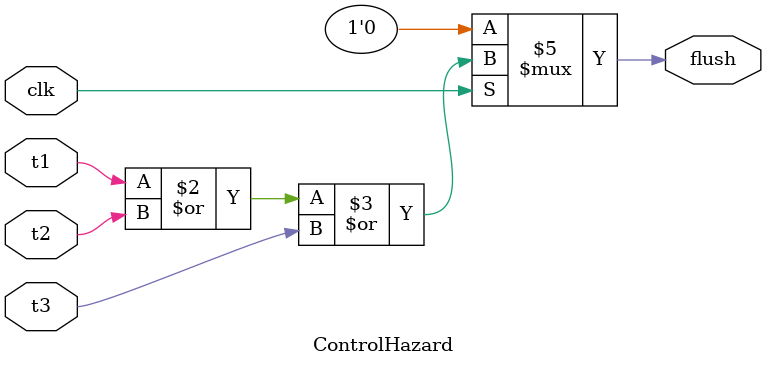
<source format=v>
module ControlHazard (input clk,t1,t2,t3,output reg flush);
always @(clk) begin
    #1
    if(clk)
        flush=t1|t2|t3;
    else
        flush=0;
end
    
endmodule
</source>
